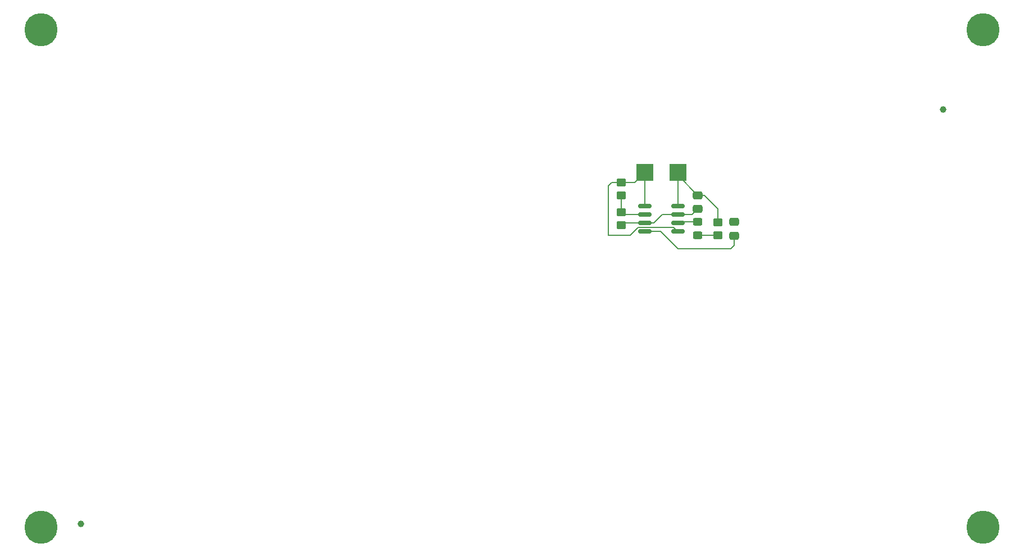
<source format=gbr>
%TF.GenerationSoftware,KiCad,Pcbnew,9.0.3*%
%TF.CreationDate,2025-10-03T08:07:12+02:00*%
%TF.ProjectId,front_pcb,66726f6e-745f-4706-9362-2e6b69636164,rev?*%
%TF.SameCoordinates,Original*%
%TF.FileFunction,Copper,L2,Bot*%
%TF.FilePolarity,Positive*%
%FSLAX46Y46*%
G04 Gerber Fmt 4.6, Leading zero omitted, Abs format (unit mm)*
G04 Created by KiCad (PCBNEW 9.0.3) date 2025-10-03 08:07:12*
%MOMM*%
%LPD*%
G01*
G04 APERTURE LIST*
G04 Aperture macros list*
%AMRoundRect*
0 Rectangle with rounded corners*
0 $1 Rounding radius*
0 $2 $3 $4 $5 $6 $7 $8 $9 X,Y pos of 4 corners*
0 Add a 4 corners polygon primitive as box body*
4,1,4,$2,$3,$4,$5,$6,$7,$8,$9,$2,$3,0*
0 Add four circle primitives for the rounded corners*
1,1,$1+$1,$2,$3*
1,1,$1+$1,$4,$5*
1,1,$1+$1,$6,$7*
1,1,$1+$1,$8,$9*
0 Add four rect primitives between the rounded corners*
20,1,$1+$1,$2,$3,$4,$5,0*
20,1,$1+$1,$4,$5,$6,$7,0*
20,1,$1+$1,$6,$7,$8,$9,0*
20,1,$1+$1,$8,$9,$2,$3,0*%
G04 Aperture macros list end*
%TA.AperFunction,ComponentPad*%
%ADD10C,3.400000*%
%TD*%
%TA.AperFunction,ConnectorPad*%
%ADD11C,5.000000*%
%TD*%
%TA.AperFunction,SMDPad,CuDef*%
%ADD12RoundRect,0.250000X0.475000X-0.337500X0.475000X0.337500X-0.475000X0.337500X-0.475000X-0.337500X0*%
%TD*%
%TA.AperFunction,SMDPad,CuDef*%
%ADD13R,2.500000X2.500000*%
%TD*%
%TA.AperFunction,SMDPad,CuDef*%
%ADD14RoundRect,0.250000X0.450000X-0.325000X0.450000X0.325000X-0.450000X0.325000X-0.450000X-0.325000X0*%
%TD*%
%TA.AperFunction,SMDPad,CuDef*%
%ADD15C,1.000000*%
%TD*%
%TA.AperFunction,SMDPad,CuDef*%
%ADD16RoundRect,0.250000X-0.450000X0.350000X-0.450000X-0.350000X0.450000X-0.350000X0.450000X0.350000X0*%
%TD*%
%TA.AperFunction,SMDPad,CuDef*%
%ADD17RoundRect,0.250000X0.450000X-0.350000X0.450000X0.350000X-0.450000X0.350000X-0.450000X-0.350000X0*%
%TD*%
%TA.AperFunction,SMDPad,CuDef*%
%ADD18RoundRect,0.150000X0.825000X0.150000X-0.825000X0.150000X-0.825000X-0.150000X0.825000X-0.150000X0*%
%TD*%
%TA.AperFunction,Conductor*%
%ADD19C,0.200000*%
%TD*%
G04 APERTURE END LIST*
D10*
%TO.P,REF\u002A\u002A,1*%
%TO.N,N/C*%
X79000000Y-138000000D03*
D11*
X79000000Y-138000000D03*
%TD*%
D10*
%TO.P,REF\u002A\u002A,1*%
%TO.N,N/C*%
X221000000Y-138000000D03*
D11*
X221000000Y-138000000D03*
%TD*%
D10*
%TO.P,REF\u002A\u002A,1*%
%TO.N,N/C*%
X221000000Y-63000000D03*
D11*
X221000000Y-63000000D03*
%TD*%
D12*
%TO.P,C2,1*%
%TO.N,Net-(U1-THR)*%
X178000000Y-90037500D03*
%TO.P,C2,2*%
%TO.N,GND*%
X178000000Y-87962500D03*
%TD*%
D13*
%TO.P,TP1,1,1*%
%TO.N,VCC*%
X170000000Y-84500000D03*
%TD*%
D14*
%TO.P,D1,1,K*%
%TO.N,Net-(D1-K)*%
X178000000Y-94025000D03*
%TO.P,D1,2,A*%
%TO.N,Net-(D1-A)*%
X178000000Y-91975000D03*
%TD*%
D15*
%TO.P,REF\u002A\u002A,*%
%TO.N,*%
X85000000Y-137500000D03*
%TD*%
D16*
%TO.P,R2,1*%
%TO.N,VCC*%
X166500000Y-86000000D03*
%TO.P,R2,2*%
%TO.N,Net-(U1-DIS)*%
X166500000Y-88000000D03*
%TD*%
D12*
%TO.P,C1,1*%
%TO.N,Net-(U1-CV)*%
X183500000Y-94037500D03*
%TO.P,C1,2*%
%TO.N,GND*%
X183500000Y-91962500D03*
%TD*%
D10*
%TO.P,REF\u002A\u002A,1*%
%TO.N,N/C*%
X79000000Y-63000000D03*
D11*
X79000000Y-63000000D03*
%TD*%
D13*
%TO.P,TP2,1,1*%
%TO.N,GND*%
X175000000Y-84500000D03*
%TD*%
D17*
%TO.P,R1,1*%
%TO.N,Net-(D1-K)*%
X181000000Y-94000000D03*
%TO.P,R1,2*%
%TO.N,GND*%
X181000000Y-92000000D03*
%TD*%
D18*
%TO.P,U1,1,GND*%
%TO.N,GND*%
X174975000Y-89595000D03*
%TO.P,U1,2,TR*%
%TO.N,Net-(U1-THR)*%
X174975000Y-90865000D03*
%TO.P,U1,3,Q*%
%TO.N,Net-(D1-A)*%
X174975000Y-92135000D03*
%TO.P,U1,4,R*%
%TO.N,VCC*%
X174975000Y-93405000D03*
%TO.P,U1,5,CV*%
%TO.N,Net-(U1-CV)*%
X170025000Y-93405000D03*
%TO.P,U1,6,THR*%
%TO.N,Net-(U1-THR)*%
X170025000Y-92135000D03*
%TO.P,U1,7,DIS*%
%TO.N,Net-(U1-DIS)*%
X170025000Y-90865000D03*
%TO.P,U1,8,VCC*%
%TO.N,VCC*%
X170025000Y-89595000D03*
%TD*%
D15*
%TO.P,REF\u002A\u002A,*%
%TO.N,*%
X215000000Y-75000000D03*
%TD*%
D16*
%TO.P,R3,1*%
%TO.N,Net-(U1-DIS)*%
X166500000Y-90500000D03*
%TO.P,R3,2*%
%TO.N,Net-(U1-THR)*%
X166500000Y-92500000D03*
%TD*%
D19*
%TO.N,Net-(U1-CV)*%
X170025000Y-93405000D02*
X172405000Y-93405000D01*
X175000000Y-96000000D02*
X183000000Y-96000000D01*
X183000000Y-96000000D02*
X183500000Y-95500000D01*
X183500000Y-95500000D02*
X183500000Y-94037500D01*
X172405000Y-93405000D02*
X175000000Y-96000000D01*
%TO.N,GND*%
X178962500Y-87962500D02*
X181000000Y-90000000D01*
X175000000Y-84500000D02*
X175000000Y-84962500D01*
X174975000Y-84525000D02*
X175000000Y-84500000D01*
X174975000Y-89595000D02*
X174975000Y-84525000D01*
X175000000Y-84962500D02*
X178000000Y-87962500D01*
X178000000Y-87962500D02*
X178962500Y-87962500D01*
X181000000Y-90000000D02*
X181000000Y-92000000D01*
%TO.N,Net-(U1-THR)*%
X172635000Y-90865000D02*
X174975000Y-90865000D01*
X177172500Y-90865000D02*
X174975000Y-90865000D01*
X171365000Y-92135000D02*
X172635000Y-90865000D01*
X166865000Y-92135000D02*
X170025000Y-92135000D01*
X170025000Y-92135000D02*
X171365000Y-92135000D01*
X178000000Y-90037500D02*
X177172500Y-90865000D01*
X166500000Y-92500000D02*
X166865000Y-92135000D01*
%TO.N,Net-(D1-K)*%
X178025000Y-94000000D02*
X178000000Y-94025000D01*
X181000000Y-94000000D02*
X178025000Y-94000000D01*
%TO.N,VCC*%
X174975000Y-93405000D02*
X174374000Y-92804000D01*
X168500000Y-86000000D02*
X170000000Y-84500000D01*
X166500000Y-86000000D02*
X168500000Y-86000000D01*
X169009032Y-92804000D02*
X167813032Y-94000000D01*
X174374000Y-92804000D02*
X169009032Y-92804000D01*
X167813032Y-94000000D02*
X164500000Y-94000000D01*
X170025000Y-84525000D02*
X170000000Y-84500000D01*
X165000000Y-86000000D02*
X166500000Y-86000000D01*
X164500000Y-94000000D02*
X164500000Y-86500000D01*
X170025000Y-89595000D02*
X170025000Y-84525000D01*
X164500000Y-86500000D02*
X165000000Y-86000000D01*
%TO.N,Net-(D1-A)*%
X175135000Y-91975000D02*
X174975000Y-92135000D01*
X178000000Y-91975000D02*
X175135000Y-91975000D01*
%TO.N,Net-(U1-DIS)*%
X170025000Y-90865000D02*
X166865000Y-90865000D01*
X166500000Y-88000000D02*
X166500000Y-90500000D01*
X166865000Y-90865000D02*
X166500000Y-90500000D01*
%TD*%
M02*

</source>
